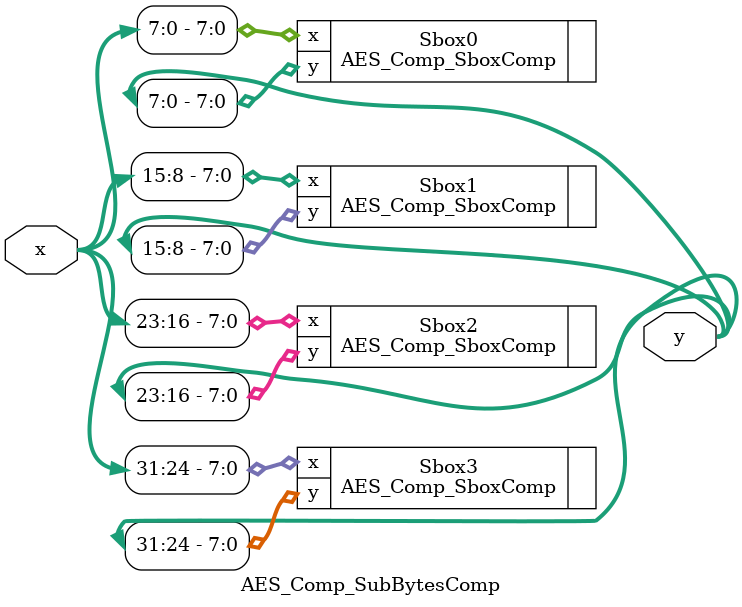
<source format=v>
module AES_Comp_SubBytesComp(x,  y);
input  [31:0] x;
wire  [31:0] x;
output  [31:0] y;
wire  [31:0] y;
AES_Comp_SboxComp  Sbox0 (
    .x(x[7:0]),
    .y(y[7:0])
  );
AES_Comp_SboxComp  Sbox1 (
    .x(x[15:8]),
    .y(y[15:8])
  );
AES_Comp_SboxComp  Sbox2 (
    .x(x[23:16]),
    .y(y[23:16])
  );
AES_Comp_SboxComp  Sbox3 (
    .x(x[31:24]),
    .y(y[31:24])
  );
endmodule

</source>
